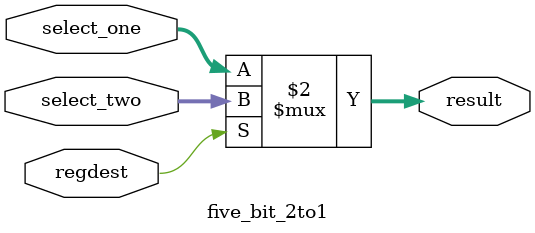
<source format=v>
`timescale 1ns / 1ps


module five_bit_2to1(
    input [4:0] select_one,
    input [4:0] select_two,
    input regdest,
    output [4:0] result
    );
    
    assign result = (regdest == 1'b0 ? select_one : select_two);
endmodule

</source>
